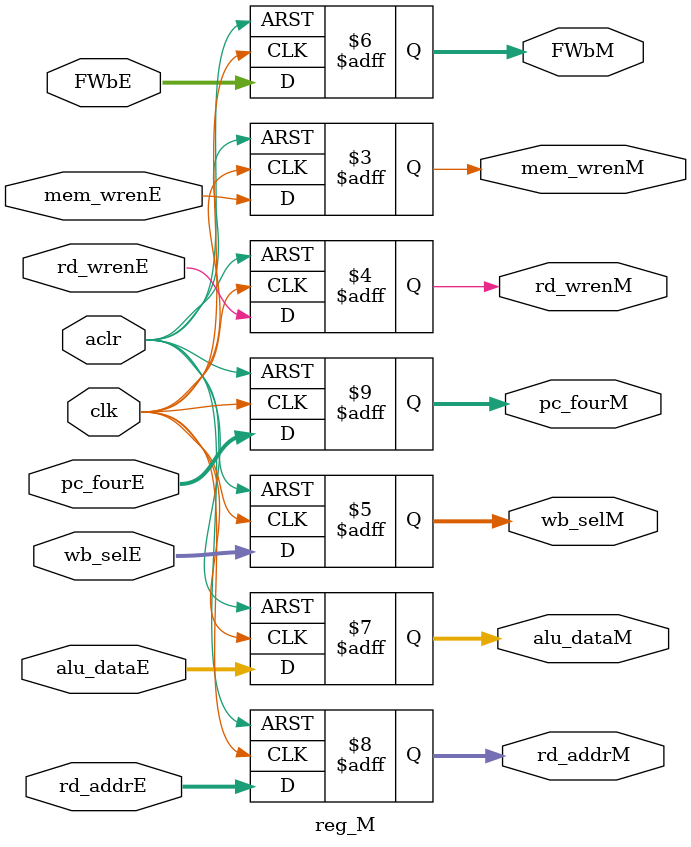
<source format=v>
module reg_M(
    input clk, aclr,
    input mem_wrenE, rd_wrenE,
    input [1:0] wb_selE,
    input [31:0] FWbE, alu_dataE,
    input [4:0] rd_addrE,
    input [12:0] pc_fourE,
    output reg mem_wrenM, rd_wrenM,
    output reg [1:0] wb_selM,
    output reg [31:0] FWbM, alu_dataM,
    output reg [4:0] rd_addrM,
    output reg [12:0] pc_fourM
    );
    
    always @(posedge clk, negedge aclr) begin
        if (!aclr)  {wb_selM, mem_wrenM, rd_wrenM, FWbM, alu_dataM, rd_addrM, pc_fourM} <= 0;
        else        {wb_selM, mem_wrenM, rd_wrenM, FWbM, alu_dataM, rd_addrM, pc_fourM} <=
                    {wb_selE, mem_wrenE, rd_wrenE, FWbE, alu_dataE, rd_addrE, pc_fourE};
    end
endmodule

</source>
